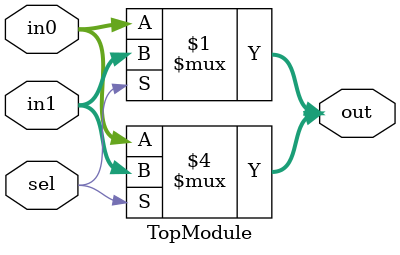
<source format=sv>
module TopModule (
    input logic sel,
    input logic [1:0] in0,
    input logic [1:0] in1,
    output logic [1:0] out
);

    // Combinational logic using assign statement
    assign out = sel ? in1 : in0;

    // Combinational logic using always block
    always @(*) begin
        if (sel) begin
            out = in1;
        end else begin
            out = in0;
        end
    end

endmodule
</source>
